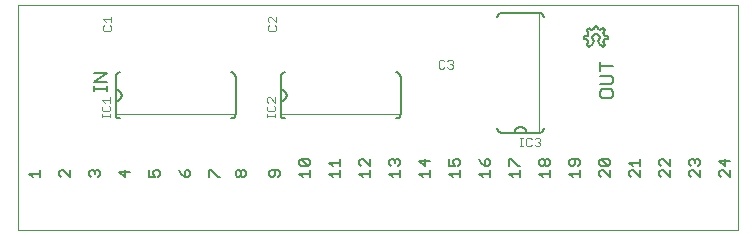
<source format=gto>
G75*
G70*
%OFA0B0*%
%FSLAX24Y24*%
%IPPOS*%
%LPD*%
%AMOC8*
5,1,8,0,0,1.08239X$1,22.5*
%
%ADD10C,0.0000*%
%ADD11C,0.0050*%
%ADD12C,0.0060*%
%ADD13C,0.0020*%
%ADD14C,0.0040*%
D10*
X002330Y003080D02*
X002330Y010580D01*
X026330Y010580D01*
X026330Y003080D01*
X002330Y003080D01*
D11*
X002821Y004855D02*
X002705Y004972D01*
X003055Y004972D01*
X003055Y004855D02*
X003055Y005089D01*
X003705Y005030D02*
X003705Y004913D01*
X003763Y004855D01*
X003705Y005030D02*
X003763Y005089D01*
X003821Y005089D01*
X004055Y004855D01*
X004055Y005089D01*
X004705Y005030D02*
X004705Y004913D01*
X004763Y004855D01*
X004880Y004972D02*
X004880Y005030D01*
X004938Y005089D01*
X004997Y005089D01*
X005055Y005030D01*
X005055Y004913D01*
X004997Y004855D01*
X004880Y005030D02*
X004821Y005089D01*
X004763Y005089D01*
X004705Y005030D01*
X005705Y005030D02*
X005880Y004855D01*
X005880Y005089D01*
X006055Y005030D02*
X005705Y005030D01*
X006705Y005089D02*
X006705Y004855D01*
X006880Y004855D01*
X006821Y004972D01*
X006821Y005030D01*
X006880Y005089D01*
X006997Y005089D01*
X007055Y005030D01*
X007055Y004913D01*
X006997Y004855D01*
X007705Y005089D02*
X007763Y004972D01*
X007880Y004855D01*
X007880Y005030D01*
X007938Y005089D01*
X007997Y005089D01*
X008055Y005030D01*
X008055Y004913D01*
X007997Y004855D01*
X007880Y004855D01*
X008705Y004855D02*
X008705Y005089D01*
X008763Y005089D01*
X008997Y004855D01*
X009055Y004855D01*
X009580Y004913D02*
X009580Y005030D01*
X009638Y005089D01*
X009696Y005089D01*
X009755Y005030D01*
X009755Y004913D01*
X009696Y004855D01*
X009638Y004855D01*
X009580Y004913D01*
X009755Y004913D02*
X009813Y004855D01*
X009872Y004855D01*
X009930Y004913D01*
X009930Y005030D01*
X009872Y005089D01*
X009813Y005089D01*
X009755Y005030D01*
X010705Y005030D02*
X010705Y004913D01*
X010763Y004855D01*
X010821Y004855D01*
X010880Y004913D01*
X010880Y005089D01*
X010997Y005089D02*
X010763Y005089D01*
X010705Y005030D01*
X010997Y005089D02*
X011055Y005030D01*
X011055Y004913D01*
X010997Y004855D01*
X011705Y004972D02*
X011821Y004855D01*
X011705Y004972D02*
X012055Y004972D01*
X012055Y004855D02*
X012055Y005089D01*
X011997Y005223D02*
X011763Y005223D01*
X011705Y005282D01*
X011705Y005398D01*
X011763Y005457D01*
X011997Y005223D01*
X012055Y005282D01*
X012055Y005398D01*
X011997Y005457D01*
X011763Y005457D01*
X012705Y005340D02*
X013055Y005340D01*
X013055Y005223D02*
X013055Y005457D01*
X012821Y005223D02*
X012705Y005340D01*
X013055Y005089D02*
X013055Y004855D01*
X013055Y004972D02*
X012705Y004972D01*
X012821Y004855D01*
X013705Y004972D02*
X014055Y004972D01*
X014055Y004855D02*
X014055Y005089D01*
X014055Y005223D02*
X013821Y005457D01*
X013763Y005457D01*
X013705Y005398D01*
X013705Y005282D01*
X013763Y005223D01*
X013705Y004972D02*
X013821Y004855D01*
X014055Y005223D02*
X014055Y005457D01*
X014705Y005398D02*
X014705Y005282D01*
X014763Y005223D01*
X014880Y005340D02*
X014880Y005398D01*
X014938Y005457D01*
X014997Y005457D01*
X015055Y005398D01*
X015055Y005282D01*
X014997Y005223D01*
X015055Y005089D02*
X015055Y004855D01*
X015055Y004972D02*
X014705Y004972D01*
X014821Y004855D01*
X015705Y004972D02*
X015821Y004855D01*
X015705Y004972D02*
X016055Y004972D01*
X016055Y004855D02*
X016055Y005089D01*
X015880Y005223D02*
X015880Y005457D01*
X016055Y005398D02*
X015705Y005398D01*
X015880Y005223D01*
X014880Y005398D02*
X014821Y005457D01*
X014763Y005457D01*
X014705Y005398D01*
X016705Y005457D02*
X016705Y005223D01*
X016880Y005223D01*
X016821Y005340D01*
X016821Y005398D01*
X016880Y005457D01*
X016997Y005457D01*
X017055Y005398D01*
X017055Y005282D01*
X016997Y005223D01*
X017055Y005089D02*
X017055Y004855D01*
X017055Y004972D02*
X016705Y004972D01*
X016821Y004855D01*
X017705Y004972D02*
X018055Y004972D01*
X018055Y004855D02*
X018055Y005089D01*
X017997Y005223D02*
X018055Y005282D01*
X018055Y005398D01*
X017997Y005457D01*
X017938Y005457D01*
X017880Y005398D01*
X017880Y005223D01*
X017997Y005223D01*
X017880Y005223D02*
X017763Y005340D01*
X017705Y005457D01*
X017705Y004972D02*
X017821Y004855D01*
X018705Y004972D02*
X019055Y004972D01*
X019055Y004855D02*
X019055Y005089D01*
X019055Y005223D02*
X018997Y005223D01*
X018763Y005457D01*
X018705Y005457D01*
X018705Y005223D01*
X018705Y004972D02*
X018821Y004855D01*
X019705Y004972D02*
X019821Y004855D01*
X019705Y004972D02*
X020055Y004972D01*
X020055Y004855D02*
X020055Y005089D01*
X019997Y005223D02*
X019938Y005223D01*
X019880Y005282D01*
X019880Y005398D01*
X019938Y005457D01*
X019997Y005457D01*
X020055Y005398D01*
X020055Y005282D01*
X019997Y005223D01*
X019880Y005282D02*
X019821Y005223D01*
X019763Y005223D01*
X019705Y005282D01*
X019705Y005398D01*
X019763Y005457D01*
X019821Y005457D01*
X019880Y005398D01*
X020705Y005398D02*
X020705Y005282D01*
X020763Y005223D01*
X020821Y005223D01*
X020880Y005282D01*
X020880Y005457D01*
X020997Y005457D02*
X020763Y005457D01*
X020705Y005398D01*
X020997Y005457D02*
X021055Y005398D01*
X021055Y005282D01*
X020997Y005223D01*
X021055Y005089D02*
X021055Y004855D01*
X021055Y004972D02*
X020705Y004972D01*
X020821Y004855D01*
X021705Y004913D02*
X021763Y004855D01*
X021705Y004913D02*
X021705Y005030D01*
X021763Y005089D01*
X021821Y005089D01*
X022055Y004855D01*
X022055Y005089D01*
X021997Y005223D02*
X021763Y005223D01*
X021705Y005282D01*
X021705Y005398D01*
X021763Y005457D01*
X021997Y005223D01*
X022055Y005282D01*
X022055Y005398D01*
X021997Y005457D01*
X021763Y005457D01*
X022705Y005340D02*
X023055Y005340D01*
X023055Y005223D02*
X023055Y005457D01*
X022821Y005223D02*
X022705Y005340D01*
X022763Y005089D02*
X022705Y005030D01*
X022705Y004913D01*
X022763Y004855D01*
X022763Y005089D02*
X022821Y005089D01*
X023055Y004855D01*
X023055Y005089D01*
X023705Y005030D02*
X023705Y004913D01*
X023763Y004855D01*
X023705Y005030D02*
X023763Y005089D01*
X023821Y005089D01*
X024055Y004855D01*
X024055Y005089D01*
X024055Y005223D02*
X023821Y005457D01*
X023763Y005457D01*
X023705Y005398D01*
X023705Y005282D01*
X023763Y005223D01*
X024055Y005223D02*
X024055Y005457D01*
X024705Y005398D02*
X024705Y005282D01*
X024763Y005223D01*
X024763Y005089D02*
X024705Y005030D01*
X024705Y004913D01*
X024763Y004855D01*
X024821Y005089D02*
X025055Y004855D01*
X025055Y005089D01*
X024997Y005223D02*
X025055Y005282D01*
X025055Y005398D01*
X024997Y005457D01*
X024938Y005457D01*
X024880Y005398D01*
X024880Y005340D01*
X024880Y005398D02*
X024821Y005457D01*
X024763Y005457D01*
X024705Y005398D01*
X024763Y005089D02*
X024821Y005089D01*
X025705Y005030D02*
X025705Y004913D01*
X025763Y004855D01*
X025705Y005030D02*
X025763Y005089D01*
X025821Y005089D01*
X026055Y004855D01*
X026055Y005089D01*
X025880Y005223D02*
X025880Y005457D01*
X026055Y005398D02*
X025705Y005398D01*
X025880Y005223D01*
D12*
X022175Y007558D02*
X022102Y007485D01*
X021808Y007485D01*
X021735Y007558D01*
X021735Y007705D01*
X021808Y007779D01*
X022102Y007779D01*
X022175Y007705D01*
X022175Y007558D01*
X022102Y007945D02*
X021735Y007945D01*
X022102Y007945D02*
X022175Y008019D01*
X022175Y008166D01*
X022102Y008239D01*
X021735Y008239D01*
X021735Y008406D02*
X021735Y008699D01*
X021735Y008553D02*
X022175Y008553D01*
X021835Y009205D02*
X021755Y009265D01*
X021715Y009245D01*
X021655Y009405D01*
X021535Y009405D02*
X021475Y009245D01*
X021435Y009265D01*
X021355Y009205D01*
X021285Y009265D01*
X021345Y009355D01*
X021305Y009445D01*
X021205Y009465D01*
X021205Y009555D01*
X021315Y009575D01*
X021345Y009665D01*
X021285Y009755D01*
X021355Y009825D01*
X021445Y009755D01*
X021525Y009795D01*
X021555Y009905D01*
X021645Y009905D01*
X021665Y009795D01*
X021745Y009755D01*
X021835Y009825D01*
X021905Y009755D01*
X021845Y009665D01*
X021885Y009575D01*
X021985Y009555D01*
X021985Y009465D01*
X021885Y009445D01*
X021845Y009355D01*
X021905Y009265D01*
X021835Y009205D01*
X021655Y009405D02*
X021672Y009417D01*
X021687Y009432D01*
X021700Y009449D01*
X021709Y009468D01*
X021714Y009489D01*
X021716Y009510D01*
X021714Y009531D01*
X021709Y009551D01*
X021700Y009570D01*
X021688Y009588D01*
X021673Y009603D01*
X021656Y009615D01*
X021636Y009624D01*
X021616Y009629D01*
X021595Y009631D01*
X021574Y009629D01*
X021554Y009624D01*
X021534Y009615D01*
X021517Y009603D01*
X021502Y009588D01*
X021490Y009570D01*
X021481Y009551D01*
X021476Y009531D01*
X021474Y009510D01*
X021476Y009489D01*
X021481Y009468D01*
X021490Y009449D01*
X021503Y009432D01*
X021518Y009417D01*
X021535Y009405D01*
X019850Y010180D02*
X019848Y010203D01*
X019843Y010226D01*
X019834Y010248D01*
X019821Y010268D01*
X019806Y010286D01*
X019788Y010301D01*
X019768Y010314D01*
X019746Y010323D01*
X019723Y010328D01*
X019700Y010330D01*
X018460Y010330D01*
X018437Y010328D01*
X018414Y010323D01*
X018392Y010314D01*
X018372Y010301D01*
X018354Y010286D01*
X018339Y010268D01*
X018326Y010248D01*
X018317Y010226D01*
X018312Y010203D01*
X018310Y010180D01*
X015080Y008200D02*
X015080Y006960D01*
X015078Y006937D01*
X015073Y006914D01*
X015064Y006892D01*
X015051Y006872D01*
X015036Y006854D01*
X015018Y006839D01*
X014998Y006826D01*
X014976Y006817D01*
X014953Y006812D01*
X014930Y006810D01*
X015080Y008200D02*
X015078Y008223D01*
X015073Y008246D01*
X015064Y008268D01*
X015051Y008288D01*
X015036Y008306D01*
X015018Y008321D01*
X014998Y008334D01*
X014976Y008343D01*
X014953Y008348D01*
X014930Y008350D01*
X011230Y008350D02*
X011207Y008348D01*
X011184Y008343D01*
X011162Y008334D01*
X011142Y008321D01*
X011124Y008306D01*
X011109Y008288D01*
X011096Y008268D01*
X011087Y008246D01*
X011082Y008223D01*
X011080Y008200D01*
X011080Y007780D01*
X011080Y007380D01*
X011080Y006960D01*
X011082Y006937D01*
X011087Y006914D01*
X011096Y006892D01*
X011109Y006872D01*
X011124Y006854D01*
X011142Y006839D01*
X011162Y006826D01*
X011184Y006817D01*
X011207Y006812D01*
X011230Y006810D01*
X009580Y006960D02*
X009580Y008200D01*
X009578Y008223D01*
X009573Y008246D01*
X009564Y008268D01*
X009551Y008288D01*
X009536Y008306D01*
X009518Y008321D01*
X009498Y008334D01*
X009476Y008343D01*
X009453Y008348D01*
X009430Y008350D01*
X011080Y007780D02*
X011107Y007778D01*
X011134Y007773D01*
X011160Y007763D01*
X011184Y007751D01*
X011206Y007735D01*
X011226Y007717D01*
X011243Y007695D01*
X011258Y007672D01*
X011268Y007647D01*
X011276Y007621D01*
X011280Y007594D01*
X011280Y007566D01*
X011276Y007539D01*
X011268Y007513D01*
X011258Y007488D01*
X011243Y007465D01*
X011226Y007443D01*
X011206Y007425D01*
X011184Y007409D01*
X011160Y007397D01*
X011134Y007387D01*
X011107Y007382D01*
X011080Y007380D01*
X009580Y006960D02*
X009578Y006937D01*
X009573Y006914D01*
X009564Y006892D01*
X009551Y006872D01*
X009536Y006854D01*
X009518Y006839D01*
X009498Y006826D01*
X009476Y006817D01*
X009453Y006812D01*
X009430Y006810D01*
X005730Y006810D02*
X005707Y006812D01*
X005684Y006817D01*
X005662Y006826D01*
X005642Y006839D01*
X005624Y006854D01*
X005609Y006872D01*
X005596Y006892D01*
X005587Y006914D01*
X005582Y006937D01*
X005580Y006960D01*
X005580Y007380D01*
X005580Y007780D01*
X005580Y008200D01*
X005582Y008223D01*
X005587Y008246D01*
X005596Y008268D01*
X005609Y008288D01*
X005624Y008306D01*
X005642Y008321D01*
X005662Y008334D01*
X005684Y008343D01*
X005707Y008348D01*
X005730Y008350D01*
X005300Y008336D02*
X004860Y008336D01*
X004860Y008042D02*
X005300Y008336D01*
X005300Y008042D02*
X004860Y008042D01*
X004860Y007882D02*
X004860Y007735D01*
X004860Y007808D02*
X005300Y007808D01*
X005300Y007735D02*
X005300Y007882D01*
X005580Y007780D02*
X005607Y007778D01*
X005634Y007773D01*
X005660Y007763D01*
X005684Y007751D01*
X005706Y007735D01*
X005726Y007717D01*
X005743Y007695D01*
X005758Y007672D01*
X005768Y007647D01*
X005776Y007621D01*
X005780Y007594D01*
X005780Y007566D01*
X005776Y007539D01*
X005768Y007513D01*
X005758Y007488D01*
X005743Y007465D01*
X005726Y007443D01*
X005706Y007425D01*
X005684Y007409D01*
X005660Y007397D01*
X005634Y007387D01*
X005607Y007382D01*
X005580Y007380D01*
X018310Y006480D02*
X018312Y006457D01*
X018317Y006434D01*
X018326Y006412D01*
X018339Y006392D01*
X018354Y006374D01*
X018372Y006359D01*
X018392Y006346D01*
X018414Y006337D01*
X018437Y006332D01*
X018460Y006330D01*
X018880Y006330D01*
X019280Y006330D01*
X019700Y006330D01*
X019723Y006332D01*
X019746Y006337D01*
X019768Y006346D01*
X019788Y006359D01*
X019806Y006374D01*
X019821Y006392D01*
X019834Y006412D01*
X019843Y006434D01*
X019848Y006457D01*
X019850Y006480D01*
X019280Y006330D02*
X019278Y006357D01*
X019273Y006384D01*
X019263Y006410D01*
X019251Y006434D01*
X019235Y006456D01*
X019217Y006476D01*
X019195Y006493D01*
X019172Y006508D01*
X019147Y006518D01*
X019121Y006526D01*
X019094Y006530D01*
X019066Y006530D01*
X019039Y006526D01*
X019013Y006518D01*
X018988Y006508D01*
X018965Y006493D01*
X018943Y006476D01*
X018925Y006456D01*
X018909Y006434D01*
X018897Y006410D01*
X018887Y006384D01*
X018882Y006357D01*
X018880Y006330D01*
D13*
X019710Y006330D02*
X019710Y010330D01*
X015080Y006950D02*
X011080Y006950D01*
X009580Y006950D02*
X005580Y006950D01*
D14*
X005410Y006943D02*
X005410Y006850D01*
X005410Y006897D02*
X005130Y006897D01*
X005130Y006943D02*
X005130Y006850D01*
X005176Y007046D02*
X005363Y007046D01*
X005410Y007093D01*
X005410Y007187D01*
X005363Y007233D01*
X005410Y007341D02*
X005410Y007528D01*
X005410Y007434D02*
X005130Y007434D01*
X005223Y007341D01*
X005176Y007233D02*
X005130Y007187D01*
X005130Y007093D01*
X005176Y007046D01*
X010630Y007093D02*
X010676Y007046D01*
X010863Y007046D01*
X010910Y007093D01*
X010910Y007187D01*
X010863Y007233D01*
X010910Y007341D02*
X010723Y007528D01*
X010676Y007528D01*
X010630Y007481D01*
X010630Y007388D01*
X010676Y007341D01*
X010676Y007233D02*
X010630Y007187D01*
X010630Y007093D01*
X010630Y006943D02*
X010630Y006850D01*
X010630Y006897D02*
X010910Y006897D01*
X010910Y006943D02*
X010910Y006850D01*
X010910Y007341D02*
X010910Y007528D01*
X010888Y009725D02*
X010701Y009725D01*
X010655Y009772D01*
X010655Y009865D01*
X010701Y009912D01*
X010701Y010020D02*
X010655Y010066D01*
X010655Y010160D01*
X010701Y010206D01*
X010748Y010206D01*
X010935Y010020D01*
X010935Y010206D01*
X010888Y009912D02*
X010935Y009865D01*
X010935Y009772D01*
X010888Y009725D01*
X016350Y008709D02*
X016350Y008522D01*
X016397Y008475D01*
X016490Y008475D01*
X016537Y008522D01*
X016645Y008522D02*
X016691Y008475D01*
X016785Y008475D01*
X016831Y008522D01*
X016831Y008568D01*
X016785Y008615D01*
X016738Y008615D01*
X016785Y008615D02*
X016831Y008662D01*
X016831Y008709D01*
X016785Y008755D01*
X016691Y008755D01*
X016645Y008709D01*
X016537Y008709D02*
X016490Y008755D01*
X016397Y008755D01*
X016350Y008709D01*
X019064Y006160D02*
X019158Y006160D01*
X019111Y006160D02*
X019111Y005880D01*
X019064Y005880D02*
X019158Y005880D01*
X019261Y005927D02*
X019307Y005880D01*
X019401Y005880D01*
X019448Y005927D01*
X019555Y005927D02*
X019602Y005880D01*
X019695Y005880D01*
X019742Y005927D01*
X019742Y005973D01*
X019695Y006020D01*
X019649Y006020D01*
X019695Y006020D02*
X019742Y006067D01*
X019742Y006114D01*
X019695Y006160D01*
X019602Y006160D01*
X019555Y006114D01*
X019448Y006114D02*
X019401Y006160D01*
X019307Y006160D01*
X019261Y006114D01*
X019261Y005927D01*
X005435Y009772D02*
X005435Y009865D01*
X005388Y009912D01*
X005435Y010020D02*
X005435Y010206D01*
X005435Y010113D02*
X005155Y010113D01*
X005248Y010020D01*
X005201Y009912D02*
X005155Y009865D01*
X005155Y009772D01*
X005201Y009725D01*
X005388Y009725D01*
X005435Y009772D01*
M02*

</source>
